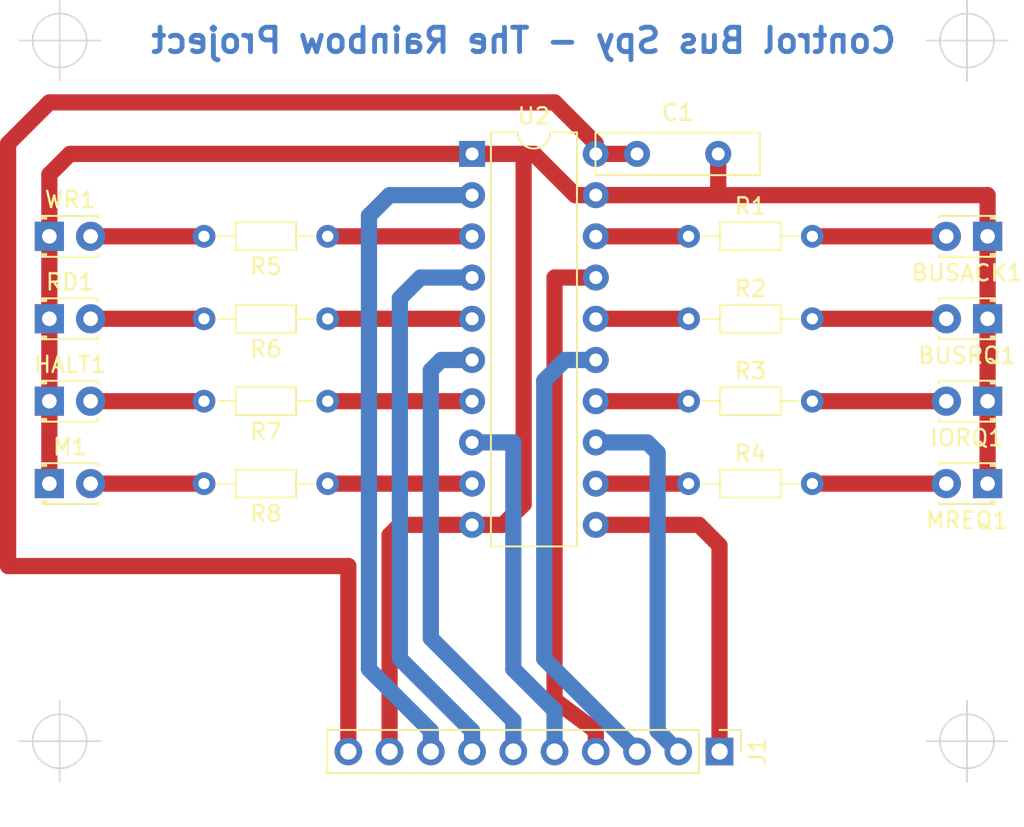
<source format=kicad_pcb>
(kicad_pcb (version 4) (host pcbnew 4.0.7)

  (general
    (links 38)
    (no_connects 0)
    (area 0 0 0 0)
    (thickness 1.6)
    (drawings 5)
    (tracks 88)
    (zones 0)
    (modules 19)
    (nets 27)
  )

  (page A4)
  (layers
    (0 F.Cu signal)
    (31 B.Cu signal)
    (32 B.Adhes user)
    (33 F.Adhes user)
    (34 B.Paste user)
    (35 F.Paste user)
    (36 B.SilkS user)
    (37 F.SilkS user)
    (38 B.Mask user)
    (39 F.Mask user)
    (40 Dwgs.User user)
    (41 Cmts.User user)
    (42 Eco1.User user)
    (43 Eco2.User user)
    (44 Edge.Cuts user)
    (45 Margin user)
    (46 B.CrtYd user hide)
    (47 F.CrtYd user hide)
    (48 B.Fab user)
    (49 F.Fab user)
  )

  (setup
    (last_trace_width 1)
    (user_trace_width 0.4)
    (user_trace_width 0.54)
    (user_trace_width 1)
    (trace_clearance 0.2)
    (zone_clearance 0.508)
    (zone_45_only no)
    (trace_min 0.2)
    (segment_width 0.2)
    (edge_width 0.1)
    (via_size 0.6)
    (via_drill 0.4)
    (via_min_size 0.4)
    (via_min_drill 0.3)
    (uvia_size 0.3)
    (uvia_drill 0.1)
    (uvias_allowed no)
    (uvia_min_size 0.2)
    (uvia_min_drill 0.1)
    (pcb_text_width 0.3)
    (pcb_text_size 1.5 1.5)
    (mod_edge_width 0.15)
    (mod_text_size 1 1)
    (mod_text_width 0.15)
    (pad_size 1.5 1.5)
    (pad_drill 0.6)
    (pad_to_mask_clearance 0)
    (aux_axis_origin 0 0)
    (visible_elements 7FFFFFFF)
    (pcbplotparams
      (layerselection 0x00030_80000001)
      (usegerberextensions false)
      (excludeedgelayer true)
      (linewidth 0.100000)
      (plotframeref false)
      (viasonmask false)
      (mode 1)
      (useauxorigin false)
      (hpglpennumber 1)
      (hpglpenspeed 20)
      (hpglpendiameter 15)
      (hpglpenoverlay 2)
      (psnegative false)
      (psa4output false)
      (plotreference true)
      (plotvalue true)
      (plotinvisibletext false)
      (padsonsilk false)
      (subtractmaskfromsilk false)
      (outputformat 1)
      (mirror false)
      (drillshape 1)
      (scaleselection 1)
      (outputdirectory ""))
  )

  (net 0 "")
  (net 1 GND)
  (net 2 "Net-(BUSACK1-Pad2)")
  (net 3 "Net-(BUSRQ1-Pad2)")
  (net 4 "Net-(HALT1-Pad2)")
  (net 5 "Net-(IORQ1-Pad2)")
  (net 6 "Net-(M1-Pad2)")
  (net 7 "Net-(MREQ1-Pad2)")
  (net 8 "Net-(R1-Pad1)")
  (net 9 "Net-(R2-Pad1)")
  (net 10 "Net-(R3-Pad1)")
  (net 11 "Net-(R4-Pad1)")
  (net 12 "Net-(R5-Pad1)")
  (net 13 "Net-(R5-Pad2)")
  (net 14 "Net-(R6-Pad1)")
  (net 15 "Net-(R6-Pad2)")
  (net 16 "Net-(R7-Pad1)")
  (net 17 "Net-(R8-Pad1)")
  (net 18 ~M1)
  (net 19 ~BUSACK)
  (net 20 ~HALT)
  (net 21 ~BUSRQ)
  (net 22 ~RD)
  (net 23 ~IORQ)
  (net 24 ~WR)
  (net 25 ~MREQ)
  (net 26 VCC)

  (net_class Default "This is the default net class."
    (clearance 0.2)
    (trace_width 0.25)
    (via_dia 0.6)
    (via_drill 0.4)
    (uvia_dia 0.3)
    (uvia_drill 0.1)
    (add_net GND)
    (add_net "Net-(BUSACK1-Pad2)")
    (add_net "Net-(BUSRQ1-Pad2)")
    (add_net "Net-(HALT1-Pad2)")
    (add_net "Net-(IORQ1-Pad2)")
    (add_net "Net-(M1-Pad2)")
    (add_net "Net-(MREQ1-Pad2)")
    (add_net "Net-(R1-Pad1)")
    (add_net "Net-(R2-Pad1)")
    (add_net "Net-(R3-Pad1)")
    (add_net "Net-(R4-Pad1)")
    (add_net "Net-(R5-Pad1)")
    (add_net "Net-(R5-Pad2)")
    (add_net "Net-(R6-Pad1)")
    (add_net "Net-(R6-Pad2)")
    (add_net "Net-(R7-Pad1)")
    (add_net "Net-(R8-Pad1)")
    (add_net VCC)
    (add_net ~BUSACK)
    (add_net ~BUSRQ)
    (add_net ~HALT)
    (add_net ~IORQ)
    (add_net ~M1)
    (add_net ~MREQ)
    (add_net ~RD)
    (add_net ~WR)
  )

  (net_class Thicker ""
    (clearance 0.2)
    (trace_width 0.4)
    (via_dia 0.6)
    (via_drill 0.4)
    (uvia_dia 0.3)
    (uvia_drill 0.1)
  )

  (module Housings_DIP:DIP-20_W7.62mm (layer F.Cu) (tedit 59C78D6B) (tstamp 5A3229D6)
    (at 122.555 100.965)
    (descr "20-lead though-hole mounted DIP package, row spacing 7.62 mm (300 mils)")
    (tags "THT DIP DIL PDIP 2.54mm 7.62mm 300mil")
    (path /5A1D0470)
    (fp_text reference U2 (at 3.81 -2.33) (layer F.SilkS)
      (effects (font (size 1 1) (thickness 0.15)))
    )
    (fp_text value 74HC240 (at 3.81 25.19) (layer F.Fab)
      (effects (font (size 1 1) (thickness 0.15)))
    )
    (fp_arc (start 3.81 -1.33) (end 2.81 -1.33) (angle -180) (layer F.SilkS) (width 0.12))
    (fp_line (start 1.635 -1.27) (end 6.985 -1.27) (layer F.Fab) (width 0.1))
    (fp_line (start 6.985 -1.27) (end 6.985 24.13) (layer F.Fab) (width 0.1))
    (fp_line (start 6.985 24.13) (end 0.635 24.13) (layer F.Fab) (width 0.1))
    (fp_line (start 0.635 24.13) (end 0.635 -0.27) (layer F.Fab) (width 0.1))
    (fp_line (start 0.635 -0.27) (end 1.635 -1.27) (layer F.Fab) (width 0.1))
    (fp_line (start 2.81 -1.33) (end 1.16 -1.33) (layer F.SilkS) (width 0.12))
    (fp_line (start 1.16 -1.33) (end 1.16 24.19) (layer F.SilkS) (width 0.12))
    (fp_line (start 1.16 24.19) (end 6.46 24.19) (layer F.SilkS) (width 0.12))
    (fp_line (start 6.46 24.19) (end 6.46 -1.33) (layer F.SilkS) (width 0.12))
    (fp_line (start 6.46 -1.33) (end 4.81 -1.33) (layer F.SilkS) (width 0.12))
    (fp_line (start -1.1 -1.55) (end -1.1 24.4) (layer F.CrtYd) (width 0.05))
    (fp_line (start -1.1 24.4) (end 8.7 24.4) (layer F.CrtYd) (width 0.05))
    (fp_line (start 8.7 24.4) (end 8.7 -1.55) (layer F.CrtYd) (width 0.05))
    (fp_line (start 8.7 -1.55) (end -1.1 -1.55) (layer F.CrtYd) (width 0.05))
    (fp_text user %R (at 3.81 11.43) (layer F.Fab)
      (effects (font (size 1 1) (thickness 0.15)))
    )
    (pad 1 thru_hole rect (at 0 0) (size 1.6 1.6) (drill 0.8) (layers *.Cu *.Mask)
      (net 1 GND))
    (pad 11 thru_hole oval (at 7.62 22.86) (size 1.6 1.6) (drill 0.8) (layers *.Cu *.Mask)
      (net 18 ~M1))
    (pad 2 thru_hole oval (at 0 2.54) (size 1.6 1.6) (drill 0.8) (layers *.Cu *.Mask)
      (net 19 ~BUSACK))
    (pad 12 thru_hole oval (at 7.62 20.32) (size 1.6 1.6) (drill 0.8) (layers *.Cu *.Mask)
      (net 11 "Net-(R4-Pad1)"))
    (pad 3 thru_hole oval (at 0 5.08) (size 1.6 1.6) (drill 0.8) (layers *.Cu *.Mask)
      (net 12 "Net-(R5-Pad1)"))
    (pad 13 thru_hole oval (at 7.62 17.78) (size 1.6 1.6) (drill 0.8) (layers *.Cu *.Mask)
      (net 20 ~HALT))
    (pad 4 thru_hole oval (at 0 7.62) (size 1.6 1.6) (drill 0.8) (layers *.Cu *.Mask)
      (net 21 ~BUSRQ))
    (pad 14 thru_hole oval (at 7.62 15.24) (size 1.6 1.6) (drill 0.8) (layers *.Cu *.Mask)
      (net 10 "Net-(R3-Pad1)"))
    (pad 5 thru_hole oval (at 0 10.16) (size 1.6 1.6) (drill 0.8) (layers *.Cu *.Mask)
      (net 14 "Net-(R6-Pad1)"))
    (pad 15 thru_hole oval (at 7.62 12.7) (size 1.6 1.6) (drill 0.8) (layers *.Cu *.Mask)
      (net 22 ~RD))
    (pad 6 thru_hole oval (at 0 12.7) (size 1.6 1.6) (drill 0.8) (layers *.Cu *.Mask)
      (net 23 ~IORQ))
    (pad 16 thru_hole oval (at 7.62 10.16) (size 1.6 1.6) (drill 0.8) (layers *.Cu *.Mask)
      (net 9 "Net-(R2-Pad1)"))
    (pad 7 thru_hole oval (at 0 15.24) (size 1.6 1.6) (drill 0.8) (layers *.Cu *.Mask)
      (net 16 "Net-(R7-Pad1)"))
    (pad 17 thru_hole oval (at 7.62 7.62) (size 1.6 1.6) (drill 0.8) (layers *.Cu *.Mask)
      (net 24 ~WR))
    (pad 8 thru_hole oval (at 0 17.78) (size 1.6 1.6) (drill 0.8) (layers *.Cu *.Mask)
      (net 25 ~MREQ))
    (pad 18 thru_hole oval (at 7.62 5.08) (size 1.6 1.6) (drill 0.8) (layers *.Cu *.Mask)
      (net 8 "Net-(R1-Pad1)"))
    (pad 9 thru_hole oval (at 0 20.32) (size 1.6 1.6) (drill 0.8) (layers *.Cu *.Mask)
      (net 17 "Net-(R8-Pad1)"))
    (pad 19 thru_hole oval (at 7.62 2.54) (size 1.6 1.6) (drill 0.8) (layers *.Cu *.Mask)
      (net 1 GND))
    (pad 10 thru_hole oval (at 0 22.86) (size 1.6 1.6) (drill 0.8) (layers *.Cu *.Mask)
      (net 1 GND))
    (pad 20 thru_hole oval (at 7.62 0) (size 1.6 1.6) (drill 0.8) (layers *.Cu *.Mask)
      (net 26 VCC))
    (model ${KISYS3DMOD}/Housings_DIP.3dshapes/DIP-20_W7.62mm.wrl
      (at (xyz 0 0 0))
      (scale (xyz 1 1 1))
      (rotate (xyz 0 0 0))
    )
  )

  (module LEDs:LED_D1.8mm_W3.3mm_H2.4mm (layer F.Cu) (tedit 5880A862) (tstamp 5A322868)
    (at 154.305 106.045 180)
    (descr "LED, Round,  Rectangular size 3.3x2.4mm^2 diameter 1.8mm, 2 pins")
    (tags "LED Round  Rectangular size 3.3x2.4mm^2 diameter 1.8mm 2 pins")
    (path /5A1D0B11)
    (fp_text reference BUSACK1 (at 1.27 -2.26 180) (layer F.SilkS)
      (effects (font (size 1 1) (thickness 0.15)))
    )
    (fp_text value LED_ALT (at 1.27 2.26 180) (layer F.Fab)
      (effects (font (size 1 1) (thickness 0.15)))
    )
    (fp_circle (center 1.27 0) (end 2.17 0) (layer F.Fab) (width 0.1))
    (fp_line (start -0.38 -1.2) (end -0.38 1.2) (layer F.Fab) (width 0.1))
    (fp_line (start -0.38 1.2) (end 2.92 1.2) (layer F.Fab) (width 0.1))
    (fp_line (start 2.92 1.2) (end 2.92 -1.2) (layer F.Fab) (width 0.1))
    (fp_line (start 2.92 -1.2) (end -0.38 -1.2) (layer F.Fab) (width 0.1))
    (fp_line (start -0.44 -1.26) (end 2.98 -1.26) (layer F.SilkS) (width 0.12))
    (fp_line (start -0.44 1.26) (end 2.98 1.26) (layer F.SilkS) (width 0.12))
    (fp_line (start -0.44 -1.26) (end -0.44 -1.08) (layer F.SilkS) (width 0.12))
    (fp_line (start -0.44 1.08) (end -0.44 1.26) (layer F.SilkS) (width 0.12))
    (fp_line (start 2.98 -1.26) (end 2.98 -1.095) (layer F.SilkS) (width 0.12))
    (fp_line (start 2.98 1.095) (end 2.98 1.26) (layer F.SilkS) (width 0.12))
    (fp_line (start -0.32 -1.26) (end -0.32 -1.08) (layer F.SilkS) (width 0.12))
    (fp_line (start -0.32 1.08) (end -0.32 1.26) (layer F.SilkS) (width 0.12))
    (fp_line (start -0.2 -1.26) (end -0.2 -1.08) (layer F.SilkS) (width 0.12))
    (fp_line (start -0.2 1.08) (end -0.2 1.26) (layer F.SilkS) (width 0.12))
    (fp_line (start -1.15 -1.55) (end -1.15 1.55) (layer F.CrtYd) (width 0.05))
    (fp_line (start -1.15 1.55) (end 3.7 1.55) (layer F.CrtYd) (width 0.05))
    (fp_line (start 3.7 1.55) (end 3.7 -1.55) (layer F.CrtYd) (width 0.05))
    (fp_line (start 3.7 -1.55) (end -1.15 -1.55) (layer F.CrtYd) (width 0.05))
    (pad 1 thru_hole rect (at 0 0 180) (size 1.8 1.8) (drill 0.9) (layers *.Cu *.Mask)
      (net 1 GND))
    (pad 2 thru_hole circle (at 2.54 0 180) (size 1.8 1.8) (drill 0.9) (layers *.Cu *.Mask)
      (net 2 "Net-(BUSACK1-Pad2)"))
    (model ${KISYS3DMOD}/LEDs.3dshapes/LED_D1.8mm_W3.3mm_H2.4mm.wrl
      (at (xyz 0 0 0))
      (scale (xyz 0.393701 0.393701 0.393701))
      (rotate (xyz 0 0 0))
    )
  )

  (module LEDs:LED_D1.8mm_W3.3mm_H2.4mm (layer F.Cu) (tedit 5880A862) (tstamp 5A322881)
    (at 154.305 111.125 180)
    (descr "LED, Round,  Rectangular size 3.3x2.4mm^2 diameter 1.8mm, 2 pins")
    (tags "LED Round  Rectangular size 3.3x2.4mm^2 diameter 1.8mm 2 pins")
    (path /5A1D09A8)
    (fp_text reference BUSRQ1 (at 1.27 -2.26 180) (layer F.SilkS)
      (effects (font (size 1 1) (thickness 0.15)))
    )
    (fp_text value LED_ALT (at 1.27 2.26 180) (layer F.Fab)
      (effects (font (size 1 1) (thickness 0.15)))
    )
    (fp_circle (center 1.27 0) (end 2.17 0) (layer F.Fab) (width 0.1))
    (fp_line (start -0.38 -1.2) (end -0.38 1.2) (layer F.Fab) (width 0.1))
    (fp_line (start -0.38 1.2) (end 2.92 1.2) (layer F.Fab) (width 0.1))
    (fp_line (start 2.92 1.2) (end 2.92 -1.2) (layer F.Fab) (width 0.1))
    (fp_line (start 2.92 -1.2) (end -0.38 -1.2) (layer F.Fab) (width 0.1))
    (fp_line (start -0.44 -1.26) (end 2.98 -1.26) (layer F.SilkS) (width 0.12))
    (fp_line (start -0.44 1.26) (end 2.98 1.26) (layer F.SilkS) (width 0.12))
    (fp_line (start -0.44 -1.26) (end -0.44 -1.08) (layer F.SilkS) (width 0.12))
    (fp_line (start -0.44 1.08) (end -0.44 1.26) (layer F.SilkS) (width 0.12))
    (fp_line (start 2.98 -1.26) (end 2.98 -1.095) (layer F.SilkS) (width 0.12))
    (fp_line (start 2.98 1.095) (end 2.98 1.26) (layer F.SilkS) (width 0.12))
    (fp_line (start -0.32 -1.26) (end -0.32 -1.08) (layer F.SilkS) (width 0.12))
    (fp_line (start -0.32 1.08) (end -0.32 1.26) (layer F.SilkS) (width 0.12))
    (fp_line (start -0.2 -1.26) (end -0.2 -1.08) (layer F.SilkS) (width 0.12))
    (fp_line (start -0.2 1.08) (end -0.2 1.26) (layer F.SilkS) (width 0.12))
    (fp_line (start -1.15 -1.55) (end -1.15 1.55) (layer F.CrtYd) (width 0.05))
    (fp_line (start -1.15 1.55) (end 3.7 1.55) (layer F.CrtYd) (width 0.05))
    (fp_line (start 3.7 1.55) (end 3.7 -1.55) (layer F.CrtYd) (width 0.05))
    (fp_line (start 3.7 -1.55) (end -1.15 -1.55) (layer F.CrtYd) (width 0.05))
    (pad 1 thru_hole rect (at 0 0 180) (size 1.8 1.8) (drill 0.9) (layers *.Cu *.Mask)
      (net 1 GND))
    (pad 2 thru_hole circle (at 2.54 0 180) (size 1.8 1.8) (drill 0.9) (layers *.Cu *.Mask)
      (net 3 "Net-(BUSRQ1-Pad2)"))
    (model ${KISYS3DMOD}/LEDs.3dshapes/LED_D1.8mm_W3.3mm_H2.4mm.wrl
      (at (xyz 0 0 0))
      (scale (xyz 0.393701 0.393701 0.393701))
      (rotate (xyz 0 0 0))
    )
  )

  (module LEDs:LED_D1.8mm_W3.3mm_H2.4mm (layer F.Cu) (tedit 5880A862) (tstamp 5A32289A)
    (at 96.52 116.205)
    (descr "LED, Round,  Rectangular size 3.3x2.4mm^2 diameter 1.8mm, 2 pins")
    (tags "LED Round  Rectangular size 3.3x2.4mm^2 diameter 1.8mm 2 pins")
    (path /5A1D08CA)
    (fp_text reference HALT1 (at 1.27 -2.26) (layer F.SilkS)
      (effects (font (size 1 1) (thickness 0.15)))
    )
    (fp_text value LED_ALT (at 1.27 2.26) (layer F.Fab)
      (effects (font (size 1 1) (thickness 0.15)))
    )
    (fp_circle (center 1.27 0) (end 2.17 0) (layer F.Fab) (width 0.1))
    (fp_line (start -0.38 -1.2) (end -0.38 1.2) (layer F.Fab) (width 0.1))
    (fp_line (start -0.38 1.2) (end 2.92 1.2) (layer F.Fab) (width 0.1))
    (fp_line (start 2.92 1.2) (end 2.92 -1.2) (layer F.Fab) (width 0.1))
    (fp_line (start 2.92 -1.2) (end -0.38 -1.2) (layer F.Fab) (width 0.1))
    (fp_line (start -0.44 -1.26) (end 2.98 -1.26) (layer F.SilkS) (width 0.12))
    (fp_line (start -0.44 1.26) (end 2.98 1.26) (layer F.SilkS) (width 0.12))
    (fp_line (start -0.44 -1.26) (end -0.44 -1.08) (layer F.SilkS) (width 0.12))
    (fp_line (start -0.44 1.08) (end -0.44 1.26) (layer F.SilkS) (width 0.12))
    (fp_line (start 2.98 -1.26) (end 2.98 -1.095) (layer F.SilkS) (width 0.12))
    (fp_line (start 2.98 1.095) (end 2.98 1.26) (layer F.SilkS) (width 0.12))
    (fp_line (start -0.32 -1.26) (end -0.32 -1.08) (layer F.SilkS) (width 0.12))
    (fp_line (start -0.32 1.08) (end -0.32 1.26) (layer F.SilkS) (width 0.12))
    (fp_line (start -0.2 -1.26) (end -0.2 -1.08) (layer F.SilkS) (width 0.12))
    (fp_line (start -0.2 1.08) (end -0.2 1.26) (layer F.SilkS) (width 0.12))
    (fp_line (start -1.15 -1.55) (end -1.15 1.55) (layer F.CrtYd) (width 0.05))
    (fp_line (start -1.15 1.55) (end 3.7 1.55) (layer F.CrtYd) (width 0.05))
    (fp_line (start 3.7 1.55) (end 3.7 -1.55) (layer F.CrtYd) (width 0.05))
    (fp_line (start 3.7 -1.55) (end -1.15 -1.55) (layer F.CrtYd) (width 0.05))
    (pad 1 thru_hole rect (at 0 0) (size 1.8 1.8) (drill 0.9) (layers *.Cu *.Mask)
      (net 1 GND))
    (pad 2 thru_hole circle (at 2.54 0) (size 1.8 1.8) (drill 0.9) (layers *.Cu *.Mask)
      (net 4 "Net-(HALT1-Pad2)"))
    (model ${KISYS3DMOD}/LEDs.3dshapes/LED_D1.8mm_W3.3mm_H2.4mm.wrl
      (at (xyz 0 0 0))
      (scale (xyz 0.393701 0.393701 0.393701))
      (rotate (xyz 0 0 0))
    )
  )

  (module LEDs:LED_D1.8mm_W3.3mm_H2.4mm (layer F.Cu) (tedit 5880A862) (tstamp 5A3228B3)
    (at 154.305 116.205 180)
    (descr "LED, Round,  Rectangular size 3.3x2.4mm^2 diameter 1.8mm, 2 pins")
    (tags "LED Round  Rectangular size 3.3x2.4mm^2 diameter 1.8mm 2 pins")
    (path /5A1D0976)
    (fp_text reference IORQ1 (at 1.27 -2.26 180) (layer F.SilkS)
      (effects (font (size 1 1) (thickness 0.15)))
    )
    (fp_text value LED_ALT (at 1.27 2.26 180) (layer F.Fab)
      (effects (font (size 1 1) (thickness 0.15)))
    )
    (fp_circle (center 1.27 0) (end 2.17 0) (layer F.Fab) (width 0.1))
    (fp_line (start -0.38 -1.2) (end -0.38 1.2) (layer F.Fab) (width 0.1))
    (fp_line (start -0.38 1.2) (end 2.92 1.2) (layer F.Fab) (width 0.1))
    (fp_line (start 2.92 1.2) (end 2.92 -1.2) (layer F.Fab) (width 0.1))
    (fp_line (start 2.92 -1.2) (end -0.38 -1.2) (layer F.Fab) (width 0.1))
    (fp_line (start -0.44 -1.26) (end 2.98 -1.26) (layer F.SilkS) (width 0.12))
    (fp_line (start -0.44 1.26) (end 2.98 1.26) (layer F.SilkS) (width 0.12))
    (fp_line (start -0.44 -1.26) (end -0.44 -1.08) (layer F.SilkS) (width 0.12))
    (fp_line (start -0.44 1.08) (end -0.44 1.26) (layer F.SilkS) (width 0.12))
    (fp_line (start 2.98 -1.26) (end 2.98 -1.095) (layer F.SilkS) (width 0.12))
    (fp_line (start 2.98 1.095) (end 2.98 1.26) (layer F.SilkS) (width 0.12))
    (fp_line (start -0.32 -1.26) (end -0.32 -1.08) (layer F.SilkS) (width 0.12))
    (fp_line (start -0.32 1.08) (end -0.32 1.26) (layer F.SilkS) (width 0.12))
    (fp_line (start -0.2 -1.26) (end -0.2 -1.08) (layer F.SilkS) (width 0.12))
    (fp_line (start -0.2 1.08) (end -0.2 1.26) (layer F.SilkS) (width 0.12))
    (fp_line (start -1.15 -1.55) (end -1.15 1.55) (layer F.CrtYd) (width 0.05))
    (fp_line (start -1.15 1.55) (end 3.7 1.55) (layer F.CrtYd) (width 0.05))
    (fp_line (start 3.7 1.55) (end 3.7 -1.55) (layer F.CrtYd) (width 0.05))
    (fp_line (start 3.7 -1.55) (end -1.15 -1.55) (layer F.CrtYd) (width 0.05))
    (pad 1 thru_hole rect (at 0 0 180) (size 1.8 1.8) (drill 0.9) (layers *.Cu *.Mask)
      (net 1 GND))
    (pad 2 thru_hole circle (at 2.54 0 180) (size 1.8 1.8) (drill 0.9) (layers *.Cu *.Mask)
      (net 5 "Net-(IORQ1-Pad2)"))
    (model ${KISYS3DMOD}/LEDs.3dshapes/LED_D1.8mm_W3.3mm_H2.4mm.wrl
      (at (xyz 0 0 0))
      (scale (xyz 0.393701 0.393701 0.393701))
      (rotate (xyz 0 0 0))
    )
  )

  (module LEDs:LED_D1.8mm_W3.3mm_H2.4mm (layer F.Cu) (tedit 5880A862) (tstamp 5A3228CC)
    (at 96.52 121.285)
    (descr "LED, Round,  Rectangular size 3.3x2.4mm^2 diameter 1.8mm, 2 pins")
    (tags "LED Round  Rectangular size 3.3x2.4mm^2 diameter 1.8mm 2 pins")
    (path /5A1D07CB)
    (fp_text reference M1 (at 1.27 -2.26) (layer F.SilkS)
      (effects (font (size 1 1) (thickness 0.15)))
    )
    (fp_text value LED_ALT (at 1.27 2.26) (layer F.Fab)
      (effects (font (size 1 1) (thickness 0.15)))
    )
    (fp_circle (center 1.27 0) (end 2.17 0) (layer F.Fab) (width 0.1))
    (fp_line (start -0.38 -1.2) (end -0.38 1.2) (layer F.Fab) (width 0.1))
    (fp_line (start -0.38 1.2) (end 2.92 1.2) (layer F.Fab) (width 0.1))
    (fp_line (start 2.92 1.2) (end 2.92 -1.2) (layer F.Fab) (width 0.1))
    (fp_line (start 2.92 -1.2) (end -0.38 -1.2) (layer F.Fab) (width 0.1))
    (fp_line (start -0.44 -1.26) (end 2.98 -1.26) (layer F.SilkS) (width 0.12))
    (fp_line (start -0.44 1.26) (end 2.98 1.26) (layer F.SilkS) (width 0.12))
    (fp_line (start -0.44 -1.26) (end -0.44 -1.08) (layer F.SilkS) (width 0.12))
    (fp_line (start -0.44 1.08) (end -0.44 1.26) (layer F.SilkS) (width 0.12))
    (fp_line (start 2.98 -1.26) (end 2.98 -1.095) (layer F.SilkS) (width 0.12))
    (fp_line (start 2.98 1.095) (end 2.98 1.26) (layer F.SilkS) (width 0.12))
    (fp_line (start -0.32 -1.26) (end -0.32 -1.08) (layer F.SilkS) (width 0.12))
    (fp_line (start -0.32 1.08) (end -0.32 1.26) (layer F.SilkS) (width 0.12))
    (fp_line (start -0.2 -1.26) (end -0.2 -1.08) (layer F.SilkS) (width 0.12))
    (fp_line (start -0.2 1.08) (end -0.2 1.26) (layer F.SilkS) (width 0.12))
    (fp_line (start -1.15 -1.55) (end -1.15 1.55) (layer F.CrtYd) (width 0.05))
    (fp_line (start -1.15 1.55) (end 3.7 1.55) (layer F.CrtYd) (width 0.05))
    (fp_line (start 3.7 1.55) (end 3.7 -1.55) (layer F.CrtYd) (width 0.05))
    (fp_line (start 3.7 -1.55) (end -1.15 -1.55) (layer F.CrtYd) (width 0.05))
    (pad 1 thru_hole rect (at 0 0) (size 1.8 1.8) (drill 0.9) (layers *.Cu *.Mask)
      (net 1 GND))
    (pad 2 thru_hole circle (at 2.54 0) (size 1.8 1.8) (drill 0.9) (layers *.Cu *.Mask)
      (net 6 "Net-(M1-Pad2)"))
    (model ${KISYS3DMOD}/LEDs.3dshapes/LED_D1.8mm_W3.3mm_H2.4mm.wrl
      (at (xyz 0 0 0))
      (scale (xyz 0.393701 0.393701 0.393701))
      (rotate (xyz 0 0 0))
    )
  )

  (module LEDs:LED_D1.8mm_W3.3mm_H2.4mm (layer F.Cu) (tedit 5880A862) (tstamp 5A3228E5)
    (at 154.305 121.285 180)
    (descr "LED, Round,  Rectangular size 3.3x2.4mm^2 diameter 1.8mm, 2 pins")
    (tags "LED Round  Rectangular size 3.3x2.4mm^2 diameter 1.8mm 2 pins")
    (path /5A1D0947)
    (fp_text reference MREQ1 (at 1.27 -2.26 180) (layer F.SilkS)
      (effects (font (size 1 1) (thickness 0.15)))
    )
    (fp_text value LED_ALT (at 1.27 2.26 180) (layer F.Fab)
      (effects (font (size 1 1) (thickness 0.15)))
    )
    (fp_circle (center 1.27 0) (end 2.17 0) (layer F.Fab) (width 0.1))
    (fp_line (start -0.38 -1.2) (end -0.38 1.2) (layer F.Fab) (width 0.1))
    (fp_line (start -0.38 1.2) (end 2.92 1.2) (layer F.Fab) (width 0.1))
    (fp_line (start 2.92 1.2) (end 2.92 -1.2) (layer F.Fab) (width 0.1))
    (fp_line (start 2.92 -1.2) (end -0.38 -1.2) (layer F.Fab) (width 0.1))
    (fp_line (start -0.44 -1.26) (end 2.98 -1.26) (layer F.SilkS) (width 0.12))
    (fp_line (start -0.44 1.26) (end 2.98 1.26) (layer F.SilkS) (width 0.12))
    (fp_line (start -0.44 -1.26) (end -0.44 -1.08) (layer F.SilkS) (width 0.12))
    (fp_line (start -0.44 1.08) (end -0.44 1.26) (layer F.SilkS) (width 0.12))
    (fp_line (start 2.98 -1.26) (end 2.98 -1.095) (layer F.SilkS) (width 0.12))
    (fp_line (start 2.98 1.095) (end 2.98 1.26) (layer F.SilkS) (width 0.12))
    (fp_line (start -0.32 -1.26) (end -0.32 -1.08) (layer F.SilkS) (width 0.12))
    (fp_line (start -0.32 1.08) (end -0.32 1.26) (layer F.SilkS) (width 0.12))
    (fp_line (start -0.2 -1.26) (end -0.2 -1.08) (layer F.SilkS) (width 0.12))
    (fp_line (start -0.2 1.08) (end -0.2 1.26) (layer F.SilkS) (width 0.12))
    (fp_line (start -1.15 -1.55) (end -1.15 1.55) (layer F.CrtYd) (width 0.05))
    (fp_line (start -1.15 1.55) (end 3.7 1.55) (layer F.CrtYd) (width 0.05))
    (fp_line (start 3.7 1.55) (end 3.7 -1.55) (layer F.CrtYd) (width 0.05))
    (fp_line (start 3.7 -1.55) (end -1.15 -1.55) (layer F.CrtYd) (width 0.05))
    (pad 1 thru_hole rect (at 0 0 180) (size 1.8 1.8) (drill 0.9) (layers *.Cu *.Mask)
      (net 1 GND))
    (pad 2 thru_hole circle (at 2.54 0 180) (size 1.8 1.8) (drill 0.9) (layers *.Cu *.Mask)
      (net 7 "Net-(MREQ1-Pad2)"))
    (model ${KISYS3DMOD}/LEDs.3dshapes/LED_D1.8mm_W3.3mm_H2.4mm.wrl
      (at (xyz 0 0 0))
      (scale (xyz 0.393701 0.393701 0.393701))
      (rotate (xyz 0 0 0))
    )
  )

  (module Resistors_THT:R_Axial_DIN0204_L3.6mm_D1.6mm_P7.62mm_Horizontal (layer F.Cu) (tedit 5874F706) (tstamp 5A3228FB)
    (at 135.89 106.045)
    (descr "Resistor, Axial_DIN0204 series, Axial, Horizontal, pin pitch=7.62mm, 0.16666666666666666W = 1/6W, length*diameter=3.6*1.6mm^2, http://cdn-reichelt.de/documents/datenblatt/B400/1_4W%23YAG.pdf")
    (tags "Resistor Axial_DIN0204 series Axial Horizontal pin pitch 7.62mm 0.16666666666666666W = 1/6W length 3.6mm diameter 1.6mm")
    (path /5A1D074B)
    (fp_text reference R1 (at 3.81 -1.86) (layer F.SilkS)
      (effects (font (size 1 1) (thickness 0.15)))
    )
    (fp_text value 330 (at 3.81 1.86) (layer F.Fab)
      (effects (font (size 1 1) (thickness 0.15)))
    )
    (fp_line (start 2.01 -0.8) (end 2.01 0.8) (layer F.Fab) (width 0.1))
    (fp_line (start 2.01 0.8) (end 5.61 0.8) (layer F.Fab) (width 0.1))
    (fp_line (start 5.61 0.8) (end 5.61 -0.8) (layer F.Fab) (width 0.1))
    (fp_line (start 5.61 -0.8) (end 2.01 -0.8) (layer F.Fab) (width 0.1))
    (fp_line (start 0 0) (end 2.01 0) (layer F.Fab) (width 0.1))
    (fp_line (start 7.62 0) (end 5.61 0) (layer F.Fab) (width 0.1))
    (fp_line (start 1.95 -0.86) (end 1.95 0.86) (layer F.SilkS) (width 0.12))
    (fp_line (start 1.95 0.86) (end 5.67 0.86) (layer F.SilkS) (width 0.12))
    (fp_line (start 5.67 0.86) (end 5.67 -0.86) (layer F.SilkS) (width 0.12))
    (fp_line (start 5.67 -0.86) (end 1.95 -0.86) (layer F.SilkS) (width 0.12))
    (fp_line (start 0.88 0) (end 1.95 0) (layer F.SilkS) (width 0.12))
    (fp_line (start 6.74 0) (end 5.67 0) (layer F.SilkS) (width 0.12))
    (fp_line (start -0.95 -1.15) (end -0.95 1.15) (layer F.CrtYd) (width 0.05))
    (fp_line (start -0.95 1.15) (end 8.6 1.15) (layer F.CrtYd) (width 0.05))
    (fp_line (start 8.6 1.15) (end 8.6 -1.15) (layer F.CrtYd) (width 0.05))
    (fp_line (start 8.6 -1.15) (end -0.95 -1.15) (layer F.CrtYd) (width 0.05))
    (pad 1 thru_hole circle (at 0 0) (size 1.4 1.4) (drill 0.7) (layers *.Cu *.Mask)
      (net 8 "Net-(R1-Pad1)"))
    (pad 2 thru_hole oval (at 7.62 0) (size 1.4 1.4) (drill 0.7) (layers *.Cu *.Mask)
      (net 2 "Net-(BUSACK1-Pad2)"))
    (model ${KISYS3DMOD}/Resistors_THT.3dshapes/R_Axial_DIN0204_L3.6mm_D1.6mm_P7.62mm_Horizontal.wrl
      (at (xyz 0 0 0))
      (scale (xyz 0.393701 0.393701 0.393701))
      (rotate (xyz 0 0 0))
    )
  )

  (module Resistors_THT:R_Axial_DIN0204_L3.6mm_D1.6mm_P7.62mm_Horizontal (layer F.Cu) (tedit 5874F706) (tstamp 5A322911)
    (at 135.89 111.125)
    (descr "Resistor, Axial_DIN0204 series, Axial, Horizontal, pin pitch=7.62mm, 0.16666666666666666W = 1/6W, length*diameter=3.6*1.6mm^2, http://cdn-reichelt.de/documents/datenblatt/B400/1_4W%23YAG.pdf")
    (tags "Resistor Axial_DIN0204 series Axial Horizontal pin pitch 7.62mm 0.16666666666666666W = 1/6W length 3.6mm diameter 1.6mm")
    (path /5A1D073A)
    (fp_text reference R2 (at 3.81 -1.86) (layer F.SilkS)
      (effects (font (size 1 1) (thickness 0.15)))
    )
    (fp_text value 330 (at 3.81 1.86) (layer F.Fab)
      (effects (font (size 1 1) (thickness 0.15)))
    )
    (fp_line (start 2.01 -0.8) (end 2.01 0.8) (layer F.Fab) (width 0.1))
    (fp_line (start 2.01 0.8) (end 5.61 0.8) (layer F.Fab) (width 0.1))
    (fp_line (start 5.61 0.8) (end 5.61 -0.8) (layer F.Fab) (width 0.1))
    (fp_line (start 5.61 -0.8) (end 2.01 -0.8) (layer F.Fab) (width 0.1))
    (fp_line (start 0 0) (end 2.01 0) (layer F.Fab) (width 0.1))
    (fp_line (start 7.62 0) (end 5.61 0) (layer F.Fab) (width 0.1))
    (fp_line (start 1.95 -0.86) (end 1.95 0.86) (layer F.SilkS) (width 0.12))
    (fp_line (start 1.95 0.86) (end 5.67 0.86) (layer F.SilkS) (width 0.12))
    (fp_line (start 5.67 0.86) (end 5.67 -0.86) (layer F.SilkS) (width 0.12))
    (fp_line (start 5.67 -0.86) (end 1.95 -0.86) (layer F.SilkS) (width 0.12))
    (fp_line (start 0.88 0) (end 1.95 0) (layer F.SilkS) (width 0.12))
    (fp_line (start 6.74 0) (end 5.67 0) (layer F.SilkS) (width 0.12))
    (fp_line (start -0.95 -1.15) (end -0.95 1.15) (layer F.CrtYd) (width 0.05))
    (fp_line (start -0.95 1.15) (end 8.6 1.15) (layer F.CrtYd) (width 0.05))
    (fp_line (start 8.6 1.15) (end 8.6 -1.15) (layer F.CrtYd) (width 0.05))
    (fp_line (start 8.6 -1.15) (end -0.95 -1.15) (layer F.CrtYd) (width 0.05))
    (pad 1 thru_hole circle (at 0 0) (size 1.4 1.4) (drill 0.7) (layers *.Cu *.Mask)
      (net 9 "Net-(R2-Pad1)"))
    (pad 2 thru_hole oval (at 7.62 0) (size 1.4 1.4) (drill 0.7) (layers *.Cu *.Mask)
      (net 3 "Net-(BUSRQ1-Pad2)"))
    (model ${KISYS3DMOD}/Resistors_THT.3dshapes/R_Axial_DIN0204_L3.6mm_D1.6mm_P7.62mm_Horizontal.wrl
      (at (xyz 0 0 0))
      (scale (xyz 0.393701 0.393701 0.393701))
      (rotate (xyz 0 0 0))
    )
  )

  (module Resistors_THT:R_Axial_DIN0204_L3.6mm_D1.6mm_P7.62mm_Horizontal (layer F.Cu) (tedit 5874F706) (tstamp 5A322927)
    (at 135.89 116.205)
    (descr "Resistor, Axial_DIN0204 series, Axial, Horizontal, pin pitch=7.62mm, 0.16666666666666666W = 1/6W, length*diameter=3.6*1.6mm^2, http://cdn-reichelt.de/documents/datenblatt/B400/1_4W%23YAG.pdf")
    (tags "Resistor Axial_DIN0204 series Axial Horizontal pin pitch 7.62mm 0.16666666666666666W = 1/6W length 3.6mm diameter 1.6mm")
    (path /5A1D0729)
    (fp_text reference R3 (at 3.81 -1.86) (layer F.SilkS)
      (effects (font (size 1 1) (thickness 0.15)))
    )
    (fp_text value 330 (at 3.81 1.86) (layer F.Fab)
      (effects (font (size 1 1) (thickness 0.15)))
    )
    (fp_line (start 2.01 -0.8) (end 2.01 0.8) (layer F.Fab) (width 0.1))
    (fp_line (start 2.01 0.8) (end 5.61 0.8) (layer F.Fab) (width 0.1))
    (fp_line (start 5.61 0.8) (end 5.61 -0.8) (layer F.Fab) (width 0.1))
    (fp_line (start 5.61 -0.8) (end 2.01 -0.8) (layer F.Fab) (width 0.1))
    (fp_line (start 0 0) (end 2.01 0) (layer F.Fab) (width 0.1))
    (fp_line (start 7.62 0) (end 5.61 0) (layer F.Fab) (width 0.1))
    (fp_line (start 1.95 -0.86) (end 1.95 0.86) (layer F.SilkS) (width 0.12))
    (fp_line (start 1.95 0.86) (end 5.67 0.86) (layer F.SilkS) (width 0.12))
    (fp_line (start 5.67 0.86) (end 5.67 -0.86) (layer F.SilkS) (width 0.12))
    (fp_line (start 5.67 -0.86) (end 1.95 -0.86) (layer F.SilkS) (width 0.12))
    (fp_line (start 0.88 0) (end 1.95 0) (layer F.SilkS) (width 0.12))
    (fp_line (start 6.74 0) (end 5.67 0) (layer F.SilkS) (width 0.12))
    (fp_line (start -0.95 -1.15) (end -0.95 1.15) (layer F.CrtYd) (width 0.05))
    (fp_line (start -0.95 1.15) (end 8.6 1.15) (layer F.CrtYd) (width 0.05))
    (fp_line (start 8.6 1.15) (end 8.6 -1.15) (layer F.CrtYd) (width 0.05))
    (fp_line (start 8.6 -1.15) (end -0.95 -1.15) (layer F.CrtYd) (width 0.05))
    (pad 1 thru_hole circle (at 0 0) (size 1.4 1.4) (drill 0.7) (layers *.Cu *.Mask)
      (net 10 "Net-(R3-Pad1)"))
    (pad 2 thru_hole oval (at 7.62 0) (size 1.4 1.4) (drill 0.7) (layers *.Cu *.Mask)
      (net 5 "Net-(IORQ1-Pad2)"))
    (model ${KISYS3DMOD}/Resistors_THT.3dshapes/R_Axial_DIN0204_L3.6mm_D1.6mm_P7.62mm_Horizontal.wrl
      (at (xyz 0 0 0))
      (scale (xyz 0.393701 0.393701 0.393701))
      (rotate (xyz 0 0 0))
    )
  )

  (module Resistors_THT:R_Axial_DIN0204_L3.6mm_D1.6mm_P7.62mm_Horizontal (layer F.Cu) (tedit 5874F706) (tstamp 5A32293D)
    (at 135.89 121.285)
    (descr "Resistor, Axial_DIN0204 series, Axial, Horizontal, pin pitch=7.62mm, 0.16666666666666666W = 1/6W, length*diameter=3.6*1.6mm^2, http://cdn-reichelt.de/documents/datenblatt/B400/1_4W%23YAG.pdf")
    (tags "Resistor Axial_DIN0204 series Axial Horizontal pin pitch 7.62mm 0.16666666666666666W = 1/6W length 3.6mm diameter 1.6mm")
    (path /5A1D0718)
    (fp_text reference R4 (at 3.81 -1.86) (layer F.SilkS)
      (effects (font (size 1 1) (thickness 0.15)))
    )
    (fp_text value 330 (at 3.81 1.86) (layer F.Fab)
      (effects (font (size 1 1) (thickness 0.15)))
    )
    (fp_line (start 2.01 -0.8) (end 2.01 0.8) (layer F.Fab) (width 0.1))
    (fp_line (start 2.01 0.8) (end 5.61 0.8) (layer F.Fab) (width 0.1))
    (fp_line (start 5.61 0.8) (end 5.61 -0.8) (layer F.Fab) (width 0.1))
    (fp_line (start 5.61 -0.8) (end 2.01 -0.8) (layer F.Fab) (width 0.1))
    (fp_line (start 0 0) (end 2.01 0) (layer F.Fab) (width 0.1))
    (fp_line (start 7.62 0) (end 5.61 0) (layer F.Fab) (width 0.1))
    (fp_line (start 1.95 -0.86) (end 1.95 0.86) (layer F.SilkS) (width 0.12))
    (fp_line (start 1.95 0.86) (end 5.67 0.86) (layer F.SilkS) (width 0.12))
    (fp_line (start 5.67 0.86) (end 5.67 -0.86) (layer F.SilkS) (width 0.12))
    (fp_line (start 5.67 -0.86) (end 1.95 -0.86) (layer F.SilkS) (width 0.12))
    (fp_line (start 0.88 0) (end 1.95 0) (layer F.SilkS) (width 0.12))
    (fp_line (start 6.74 0) (end 5.67 0) (layer F.SilkS) (width 0.12))
    (fp_line (start -0.95 -1.15) (end -0.95 1.15) (layer F.CrtYd) (width 0.05))
    (fp_line (start -0.95 1.15) (end 8.6 1.15) (layer F.CrtYd) (width 0.05))
    (fp_line (start 8.6 1.15) (end 8.6 -1.15) (layer F.CrtYd) (width 0.05))
    (fp_line (start 8.6 -1.15) (end -0.95 -1.15) (layer F.CrtYd) (width 0.05))
    (pad 1 thru_hole circle (at 0 0) (size 1.4 1.4) (drill 0.7) (layers *.Cu *.Mask)
      (net 11 "Net-(R4-Pad1)"))
    (pad 2 thru_hole oval (at 7.62 0) (size 1.4 1.4) (drill 0.7) (layers *.Cu *.Mask)
      (net 7 "Net-(MREQ1-Pad2)"))
    (model ${KISYS3DMOD}/Resistors_THT.3dshapes/R_Axial_DIN0204_L3.6mm_D1.6mm_P7.62mm_Horizontal.wrl
      (at (xyz 0 0 0))
      (scale (xyz 0.393701 0.393701 0.393701))
      (rotate (xyz 0 0 0))
    )
  )

  (module Resistors_THT:R_Axial_DIN0204_L3.6mm_D1.6mm_P7.62mm_Horizontal (layer F.Cu) (tedit 5874F706) (tstamp 5A322953)
    (at 113.665 106.045 180)
    (descr "Resistor, Axial_DIN0204 series, Axial, Horizontal, pin pitch=7.62mm, 0.16666666666666666W = 1/6W, length*diameter=3.6*1.6mm^2, http://cdn-reichelt.de/documents/datenblatt/B400/1_4W%23YAG.pdf")
    (tags "Resistor Axial_DIN0204 series Axial Horizontal pin pitch 7.62mm 0.16666666666666666W = 1/6W length 3.6mm diameter 1.6mm")
    (path /5A1D0705)
    (fp_text reference R5 (at 3.81 -1.86 180) (layer F.SilkS)
      (effects (font (size 1 1) (thickness 0.15)))
    )
    (fp_text value 330 (at 3.81 1.86 180) (layer F.Fab)
      (effects (font (size 1 1) (thickness 0.15)))
    )
    (fp_line (start 2.01 -0.8) (end 2.01 0.8) (layer F.Fab) (width 0.1))
    (fp_line (start 2.01 0.8) (end 5.61 0.8) (layer F.Fab) (width 0.1))
    (fp_line (start 5.61 0.8) (end 5.61 -0.8) (layer F.Fab) (width 0.1))
    (fp_line (start 5.61 -0.8) (end 2.01 -0.8) (layer F.Fab) (width 0.1))
    (fp_line (start 0 0) (end 2.01 0) (layer F.Fab) (width 0.1))
    (fp_line (start 7.62 0) (end 5.61 0) (layer F.Fab) (width 0.1))
    (fp_line (start 1.95 -0.86) (end 1.95 0.86) (layer F.SilkS) (width 0.12))
    (fp_line (start 1.95 0.86) (end 5.67 0.86) (layer F.SilkS) (width 0.12))
    (fp_line (start 5.67 0.86) (end 5.67 -0.86) (layer F.SilkS) (width 0.12))
    (fp_line (start 5.67 -0.86) (end 1.95 -0.86) (layer F.SilkS) (width 0.12))
    (fp_line (start 0.88 0) (end 1.95 0) (layer F.SilkS) (width 0.12))
    (fp_line (start 6.74 0) (end 5.67 0) (layer F.SilkS) (width 0.12))
    (fp_line (start -0.95 -1.15) (end -0.95 1.15) (layer F.CrtYd) (width 0.05))
    (fp_line (start -0.95 1.15) (end 8.6 1.15) (layer F.CrtYd) (width 0.05))
    (fp_line (start 8.6 1.15) (end 8.6 -1.15) (layer F.CrtYd) (width 0.05))
    (fp_line (start 8.6 -1.15) (end -0.95 -1.15) (layer F.CrtYd) (width 0.05))
    (pad 1 thru_hole circle (at 0 0 180) (size 1.4 1.4) (drill 0.7) (layers *.Cu *.Mask)
      (net 12 "Net-(R5-Pad1)"))
    (pad 2 thru_hole oval (at 7.62 0 180) (size 1.4 1.4) (drill 0.7) (layers *.Cu *.Mask)
      (net 13 "Net-(R5-Pad2)"))
    (model ${KISYS3DMOD}/Resistors_THT.3dshapes/R_Axial_DIN0204_L3.6mm_D1.6mm_P7.62mm_Horizontal.wrl
      (at (xyz 0 0 0))
      (scale (xyz 0.393701 0.393701 0.393701))
      (rotate (xyz 0 0 0))
    )
  )

  (module Resistors_THT:R_Axial_DIN0204_L3.6mm_D1.6mm_P7.62mm_Horizontal (layer F.Cu) (tedit 5874F706) (tstamp 5A322969)
    (at 113.665 111.125 180)
    (descr "Resistor, Axial_DIN0204 series, Axial, Horizontal, pin pitch=7.62mm, 0.16666666666666666W = 1/6W, length*diameter=3.6*1.6mm^2, http://cdn-reichelt.de/documents/datenblatt/B400/1_4W%23YAG.pdf")
    (tags "Resistor Axial_DIN0204 series Axial Horizontal pin pitch 7.62mm 0.16666666666666666W = 1/6W length 3.6mm diameter 1.6mm")
    (path /5A1D06F4)
    (fp_text reference R6 (at 3.81 -1.86 180) (layer F.SilkS)
      (effects (font (size 1 1) (thickness 0.15)))
    )
    (fp_text value 330 (at 3.81 1.86 180) (layer F.Fab)
      (effects (font (size 1 1) (thickness 0.15)))
    )
    (fp_line (start 2.01 -0.8) (end 2.01 0.8) (layer F.Fab) (width 0.1))
    (fp_line (start 2.01 0.8) (end 5.61 0.8) (layer F.Fab) (width 0.1))
    (fp_line (start 5.61 0.8) (end 5.61 -0.8) (layer F.Fab) (width 0.1))
    (fp_line (start 5.61 -0.8) (end 2.01 -0.8) (layer F.Fab) (width 0.1))
    (fp_line (start 0 0) (end 2.01 0) (layer F.Fab) (width 0.1))
    (fp_line (start 7.62 0) (end 5.61 0) (layer F.Fab) (width 0.1))
    (fp_line (start 1.95 -0.86) (end 1.95 0.86) (layer F.SilkS) (width 0.12))
    (fp_line (start 1.95 0.86) (end 5.67 0.86) (layer F.SilkS) (width 0.12))
    (fp_line (start 5.67 0.86) (end 5.67 -0.86) (layer F.SilkS) (width 0.12))
    (fp_line (start 5.67 -0.86) (end 1.95 -0.86) (layer F.SilkS) (width 0.12))
    (fp_line (start 0.88 0) (end 1.95 0) (layer F.SilkS) (width 0.12))
    (fp_line (start 6.74 0) (end 5.67 0) (layer F.SilkS) (width 0.12))
    (fp_line (start -0.95 -1.15) (end -0.95 1.15) (layer F.CrtYd) (width 0.05))
    (fp_line (start -0.95 1.15) (end 8.6 1.15) (layer F.CrtYd) (width 0.05))
    (fp_line (start 8.6 1.15) (end 8.6 -1.15) (layer F.CrtYd) (width 0.05))
    (fp_line (start 8.6 -1.15) (end -0.95 -1.15) (layer F.CrtYd) (width 0.05))
    (pad 1 thru_hole circle (at 0 0 180) (size 1.4 1.4) (drill 0.7) (layers *.Cu *.Mask)
      (net 14 "Net-(R6-Pad1)"))
    (pad 2 thru_hole oval (at 7.62 0 180) (size 1.4 1.4) (drill 0.7) (layers *.Cu *.Mask)
      (net 15 "Net-(R6-Pad2)"))
    (model ${KISYS3DMOD}/Resistors_THT.3dshapes/R_Axial_DIN0204_L3.6mm_D1.6mm_P7.62mm_Horizontal.wrl
      (at (xyz 0 0 0))
      (scale (xyz 0.393701 0.393701 0.393701))
      (rotate (xyz 0 0 0))
    )
  )

  (module Resistors_THT:R_Axial_DIN0204_L3.6mm_D1.6mm_P7.62mm_Horizontal (layer F.Cu) (tedit 5874F706) (tstamp 5A32297F)
    (at 113.665 116.205 180)
    (descr "Resistor, Axial_DIN0204 series, Axial, Horizontal, pin pitch=7.62mm, 0.16666666666666666W = 1/6W, length*diameter=3.6*1.6mm^2, http://cdn-reichelt.de/documents/datenblatt/B400/1_4W%23YAG.pdf")
    (tags "Resistor Axial_DIN0204 series Axial Horizontal pin pitch 7.62mm 0.16666666666666666W = 1/6W length 3.6mm diameter 1.6mm")
    (path /5A1D06E3)
    (fp_text reference R7 (at 3.81 -1.86 180) (layer F.SilkS)
      (effects (font (size 1 1) (thickness 0.15)))
    )
    (fp_text value 330 (at 3.81 1.86 180) (layer F.Fab)
      (effects (font (size 1 1) (thickness 0.15)))
    )
    (fp_line (start 2.01 -0.8) (end 2.01 0.8) (layer F.Fab) (width 0.1))
    (fp_line (start 2.01 0.8) (end 5.61 0.8) (layer F.Fab) (width 0.1))
    (fp_line (start 5.61 0.8) (end 5.61 -0.8) (layer F.Fab) (width 0.1))
    (fp_line (start 5.61 -0.8) (end 2.01 -0.8) (layer F.Fab) (width 0.1))
    (fp_line (start 0 0) (end 2.01 0) (layer F.Fab) (width 0.1))
    (fp_line (start 7.62 0) (end 5.61 0) (layer F.Fab) (width 0.1))
    (fp_line (start 1.95 -0.86) (end 1.95 0.86) (layer F.SilkS) (width 0.12))
    (fp_line (start 1.95 0.86) (end 5.67 0.86) (layer F.SilkS) (width 0.12))
    (fp_line (start 5.67 0.86) (end 5.67 -0.86) (layer F.SilkS) (width 0.12))
    (fp_line (start 5.67 -0.86) (end 1.95 -0.86) (layer F.SilkS) (width 0.12))
    (fp_line (start 0.88 0) (end 1.95 0) (layer F.SilkS) (width 0.12))
    (fp_line (start 6.74 0) (end 5.67 0) (layer F.SilkS) (width 0.12))
    (fp_line (start -0.95 -1.15) (end -0.95 1.15) (layer F.CrtYd) (width 0.05))
    (fp_line (start -0.95 1.15) (end 8.6 1.15) (layer F.CrtYd) (width 0.05))
    (fp_line (start 8.6 1.15) (end 8.6 -1.15) (layer F.CrtYd) (width 0.05))
    (fp_line (start 8.6 -1.15) (end -0.95 -1.15) (layer F.CrtYd) (width 0.05))
    (pad 1 thru_hole circle (at 0 0 180) (size 1.4 1.4) (drill 0.7) (layers *.Cu *.Mask)
      (net 16 "Net-(R7-Pad1)"))
    (pad 2 thru_hole oval (at 7.62 0 180) (size 1.4 1.4) (drill 0.7) (layers *.Cu *.Mask)
      (net 4 "Net-(HALT1-Pad2)"))
    (model ${KISYS3DMOD}/Resistors_THT.3dshapes/R_Axial_DIN0204_L3.6mm_D1.6mm_P7.62mm_Horizontal.wrl
      (at (xyz 0 0 0))
      (scale (xyz 0.393701 0.393701 0.393701))
      (rotate (xyz 0 0 0))
    )
  )

  (module Resistors_THT:R_Axial_DIN0204_L3.6mm_D1.6mm_P7.62mm_Horizontal (layer F.Cu) (tedit 5874F706) (tstamp 5A322995)
    (at 113.665 121.285 180)
    (descr "Resistor, Axial_DIN0204 series, Axial, Horizontal, pin pitch=7.62mm, 0.16666666666666666W = 1/6W, length*diameter=3.6*1.6mm^2, http://cdn-reichelt.de/documents/datenblatt/B400/1_4W%23YAG.pdf")
    (tags "Resistor Axial_DIN0204 series Axial Horizontal pin pitch 7.62mm 0.16666666666666666W = 1/6W length 3.6mm diameter 1.6mm")
    (path /5A1D062F)
    (fp_text reference R8 (at 3.81 -1.86 180) (layer F.SilkS)
      (effects (font (size 1 1) (thickness 0.15)))
    )
    (fp_text value 330 (at 3.81 1.86 180) (layer F.Fab)
      (effects (font (size 1 1) (thickness 0.15)))
    )
    (fp_line (start 2.01 -0.8) (end 2.01 0.8) (layer F.Fab) (width 0.1))
    (fp_line (start 2.01 0.8) (end 5.61 0.8) (layer F.Fab) (width 0.1))
    (fp_line (start 5.61 0.8) (end 5.61 -0.8) (layer F.Fab) (width 0.1))
    (fp_line (start 5.61 -0.8) (end 2.01 -0.8) (layer F.Fab) (width 0.1))
    (fp_line (start 0 0) (end 2.01 0) (layer F.Fab) (width 0.1))
    (fp_line (start 7.62 0) (end 5.61 0) (layer F.Fab) (width 0.1))
    (fp_line (start 1.95 -0.86) (end 1.95 0.86) (layer F.SilkS) (width 0.12))
    (fp_line (start 1.95 0.86) (end 5.67 0.86) (layer F.SilkS) (width 0.12))
    (fp_line (start 5.67 0.86) (end 5.67 -0.86) (layer F.SilkS) (width 0.12))
    (fp_line (start 5.67 -0.86) (end 1.95 -0.86) (layer F.SilkS) (width 0.12))
    (fp_line (start 0.88 0) (end 1.95 0) (layer F.SilkS) (width 0.12))
    (fp_line (start 6.74 0) (end 5.67 0) (layer F.SilkS) (width 0.12))
    (fp_line (start -0.95 -1.15) (end -0.95 1.15) (layer F.CrtYd) (width 0.05))
    (fp_line (start -0.95 1.15) (end 8.6 1.15) (layer F.CrtYd) (width 0.05))
    (fp_line (start 8.6 1.15) (end 8.6 -1.15) (layer F.CrtYd) (width 0.05))
    (fp_line (start 8.6 -1.15) (end -0.95 -1.15) (layer F.CrtYd) (width 0.05))
    (pad 1 thru_hole circle (at 0 0 180) (size 1.4 1.4) (drill 0.7) (layers *.Cu *.Mask)
      (net 17 "Net-(R8-Pad1)"))
    (pad 2 thru_hole oval (at 7.62 0 180) (size 1.4 1.4) (drill 0.7) (layers *.Cu *.Mask)
      (net 6 "Net-(M1-Pad2)"))
    (model ${KISYS3DMOD}/Resistors_THT.3dshapes/R_Axial_DIN0204_L3.6mm_D1.6mm_P7.62mm_Horizontal.wrl
      (at (xyz 0 0 0))
      (scale (xyz 0.393701 0.393701 0.393701))
      (rotate (xyz 0 0 0))
    )
  )

  (module LEDs:LED_D1.8mm_W3.3mm_H2.4mm (layer F.Cu) (tedit 5880A862) (tstamp 5A3229AE)
    (at 96.52 111.125)
    (descr "LED, Round,  Rectangular size 3.3x2.4mm^2 diameter 1.8mm, 2 pins")
    (tags "LED Round  Rectangular size 3.3x2.4mm^2 diameter 1.8mm 2 pins")
    (path /5A1D08F0)
    (fp_text reference RD1 (at 1.27 -2.26) (layer F.SilkS)
      (effects (font (size 1 1) (thickness 0.15)))
    )
    (fp_text value LED_ALT (at 1.27 2.26) (layer F.Fab)
      (effects (font (size 1 1) (thickness 0.15)))
    )
    (fp_circle (center 1.27 0) (end 2.17 0) (layer F.Fab) (width 0.1))
    (fp_line (start -0.38 -1.2) (end -0.38 1.2) (layer F.Fab) (width 0.1))
    (fp_line (start -0.38 1.2) (end 2.92 1.2) (layer F.Fab) (width 0.1))
    (fp_line (start 2.92 1.2) (end 2.92 -1.2) (layer F.Fab) (width 0.1))
    (fp_line (start 2.92 -1.2) (end -0.38 -1.2) (layer F.Fab) (width 0.1))
    (fp_line (start -0.44 -1.26) (end 2.98 -1.26) (layer F.SilkS) (width 0.12))
    (fp_line (start -0.44 1.26) (end 2.98 1.26) (layer F.SilkS) (width 0.12))
    (fp_line (start -0.44 -1.26) (end -0.44 -1.08) (layer F.SilkS) (width 0.12))
    (fp_line (start -0.44 1.08) (end -0.44 1.26) (layer F.SilkS) (width 0.12))
    (fp_line (start 2.98 -1.26) (end 2.98 -1.095) (layer F.SilkS) (width 0.12))
    (fp_line (start 2.98 1.095) (end 2.98 1.26) (layer F.SilkS) (width 0.12))
    (fp_line (start -0.32 -1.26) (end -0.32 -1.08) (layer F.SilkS) (width 0.12))
    (fp_line (start -0.32 1.08) (end -0.32 1.26) (layer F.SilkS) (width 0.12))
    (fp_line (start -0.2 -1.26) (end -0.2 -1.08) (layer F.SilkS) (width 0.12))
    (fp_line (start -0.2 1.08) (end -0.2 1.26) (layer F.SilkS) (width 0.12))
    (fp_line (start -1.15 -1.55) (end -1.15 1.55) (layer F.CrtYd) (width 0.05))
    (fp_line (start -1.15 1.55) (end 3.7 1.55) (layer F.CrtYd) (width 0.05))
    (fp_line (start 3.7 1.55) (end 3.7 -1.55) (layer F.CrtYd) (width 0.05))
    (fp_line (start 3.7 -1.55) (end -1.15 -1.55) (layer F.CrtYd) (width 0.05))
    (pad 1 thru_hole rect (at 0 0) (size 1.8 1.8) (drill 0.9) (layers *.Cu *.Mask)
      (net 1 GND))
    (pad 2 thru_hole circle (at 2.54 0) (size 1.8 1.8) (drill 0.9) (layers *.Cu *.Mask)
      (net 15 "Net-(R6-Pad2)"))
    (model ${KISYS3DMOD}/LEDs.3dshapes/LED_D1.8mm_W3.3mm_H2.4mm.wrl
      (at (xyz 0 0 0))
      (scale (xyz 0.393701 0.393701 0.393701))
      (rotate (xyz 0 0 0))
    )
  )

  (module LEDs:LED_D1.8mm_W3.3mm_H2.4mm (layer F.Cu) (tedit 5880A862) (tstamp 5A3229EF)
    (at 96.52 106.045)
    (descr "LED, Round,  Rectangular size 3.3x2.4mm^2 diameter 1.8mm, 2 pins")
    (tags "LED Round  Rectangular size 3.3x2.4mm^2 diameter 1.8mm 2 pins")
    (path /5A1D091B)
    (fp_text reference WR1 (at 1.27 -2.26) (layer F.SilkS)
      (effects (font (size 1 1) (thickness 0.15)))
    )
    (fp_text value LED_ALT (at 1.27 2.26) (layer F.Fab)
      (effects (font (size 1 1) (thickness 0.15)))
    )
    (fp_circle (center 1.27 0) (end 2.17 0) (layer F.Fab) (width 0.1))
    (fp_line (start -0.38 -1.2) (end -0.38 1.2) (layer F.Fab) (width 0.1))
    (fp_line (start -0.38 1.2) (end 2.92 1.2) (layer F.Fab) (width 0.1))
    (fp_line (start 2.92 1.2) (end 2.92 -1.2) (layer F.Fab) (width 0.1))
    (fp_line (start 2.92 -1.2) (end -0.38 -1.2) (layer F.Fab) (width 0.1))
    (fp_line (start -0.44 -1.26) (end 2.98 -1.26) (layer F.SilkS) (width 0.12))
    (fp_line (start -0.44 1.26) (end 2.98 1.26) (layer F.SilkS) (width 0.12))
    (fp_line (start -0.44 -1.26) (end -0.44 -1.08) (layer F.SilkS) (width 0.12))
    (fp_line (start -0.44 1.08) (end -0.44 1.26) (layer F.SilkS) (width 0.12))
    (fp_line (start 2.98 -1.26) (end 2.98 -1.095) (layer F.SilkS) (width 0.12))
    (fp_line (start 2.98 1.095) (end 2.98 1.26) (layer F.SilkS) (width 0.12))
    (fp_line (start -0.32 -1.26) (end -0.32 -1.08) (layer F.SilkS) (width 0.12))
    (fp_line (start -0.32 1.08) (end -0.32 1.26) (layer F.SilkS) (width 0.12))
    (fp_line (start -0.2 -1.26) (end -0.2 -1.08) (layer F.SilkS) (width 0.12))
    (fp_line (start -0.2 1.08) (end -0.2 1.26) (layer F.SilkS) (width 0.12))
    (fp_line (start -1.15 -1.55) (end -1.15 1.55) (layer F.CrtYd) (width 0.05))
    (fp_line (start -1.15 1.55) (end 3.7 1.55) (layer F.CrtYd) (width 0.05))
    (fp_line (start 3.7 1.55) (end 3.7 -1.55) (layer F.CrtYd) (width 0.05))
    (fp_line (start 3.7 -1.55) (end -1.15 -1.55) (layer F.CrtYd) (width 0.05))
    (pad 1 thru_hole rect (at 0 0) (size 1.8 1.8) (drill 0.9) (layers *.Cu *.Mask)
      (net 1 GND))
    (pad 2 thru_hole circle (at 2.54 0) (size 1.8 1.8) (drill 0.9) (layers *.Cu *.Mask)
      (net 13 "Net-(R5-Pad2)"))
    (model ${KISYS3DMOD}/LEDs.3dshapes/LED_D1.8mm_W3.3mm_H2.4mm.wrl
      (at (xyz 0 0 0))
      (scale (xyz 0.393701 0.393701 0.393701))
      (rotate (xyz 0 0 0))
    )
  )

  (module Pin_Headers:Pin_Header_Straight_1x10_Pitch2.54mm (layer F.Cu) (tedit 59650532) (tstamp 5A3234B9)
    (at 137.795 137.795 270)
    (descr "Through hole straight pin header, 1x10, 2.54mm pitch, single row")
    (tags "Through hole pin header THT 1x10 2.54mm single row")
    (path /5A324482)
    (fp_text reference J1 (at 0 -2.33 270) (layer F.SilkS)
      (effects (font (size 1 1) (thickness 0.15)))
    )
    (fp_text value Conn_01x10 (at 0 25.19 270) (layer F.Fab)
      (effects (font (size 1 1) (thickness 0.15)))
    )
    (fp_line (start -0.635 -1.27) (end 1.27 -1.27) (layer F.Fab) (width 0.1))
    (fp_line (start 1.27 -1.27) (end 1.27 24.13) (layer F.Fab) (width 0.1))
    (fp_line (start 1.27 24.13) (end -1.27 24.13) (layer F.Fab) (width 0.1))
    (fp_line (start -1.27 24.13) (end -1.27 -0.635) (layer F.Fab) (width 0.1))
    (fp_line (start -1.27 -0.635) (end -0.635 -1.27) (layer F.Fab) (width 0.1))
    (fp_line (start -1.33 24.19) (end 1.33 24.19) (layer F.SilkS) (width 0.12))
    (fp_line (start -1.33 1.27) (end -1.33 24.19) (layer F.SilkS) (width 0.12))
    (fp_line (start 1.33 1.27) (end 1.33 24.19) (layer F.SilkS) (width 0.12))
    (fp_line (start -1.33 1.27) (end 1.33 1.27) (layer F.SilkS) (width 0.12))
    (fp_line (start -1.33 0) (end -1.33 -1.33) (layer F.SilkS) (width 0.12))
    (fp_line (start -1.33 -1.33) (end 0 -1.33) (layer F.SilkS) (width 0.12))
    (fp_line (start -1.8 -1.8) (end -1.8 24.65) (layer F.CrtYd) (width 0.05))
    (fp_line (start -1.8 24.65) (end 1.8 24.65) (layer F.CrtYd) (width 0.05))
    (fp_line (start 1.8 24.65) (end 1.8 -1.8) (layer F.CrtYd) (width 0.05))
    (fp_line (start 1.8 -1.8) (end -1.8 -1.8) (layer F.CrtYd) (width 0.05))
    (fp_text user %R (at 0 11.43 360) (layer F.Fab)
      (effects (font (size 1 1) (thickness 0.15)))
    )
    (pad 1 thru_hole rect (at 0 0 270) (size 1.7 1.7) (drill 1) (layers *.Cu *.Mask)
      (net 18 ~M1))
    (pad 2 thru_hole oval (at 0 2.54 270) (size 1.7 1.7) (drill 1) (layers *.Cu *.Mask)
      (net 20 ~HALT))
    (pad 3 thru_hole oval (at 0 5.08 270) (size 1.7 1.7) (drill 1) (layers *.Cu *.Mask)
      (net 22 ~RD))
    (pad 4 thru_hole oval (at 0 7.62 270) (size 1.7 1.7) (drill 1) (layers *.Cu *.Mask)
      (net 24 ~WR))
    (pad 5 thru_hole oval (at 0 10.16 270) (size 1.7 1.7) (drill 1) (layers *.Cu *.Mask)
      (net 25 ~MREQ))
    (pad 6 thru_hole oval (at 0 12.7 270) (size 1.7 1.7) (drill 1) (layers *.Cu *.Mask)
      (net 23 ~IORQ))
    (pad 7 thru_hole oval (at 0 15.24 270) (size 1.7 1.7) (drill 1) (layers *.Cu *.Mask)
      (net 21 ~BUSRQ))
    (pad 8 thru_hole oval (at 0 17.78 270) (size 1.7 1.7) (drill 1) (layers *.Cu *.Mask)
      (net 19 ~BUSACK))
    (pad 9 thru_hole oval (at 0 20.32 270) (size 1.7 1.7) (drill 1) (layers *.Cu *.Mask)
      (net 1 GND))
    (pad 10 thru_hole oval (at 0 22.86 270) (size 1.7 1.7) (drill 1) (layers *.Cu *.Mask)
      (net 26 VCC))
    (model ${KISYS3DMOD}/Pin_Headers.3dshapes/Pin_Header_Straight_1x10_Pitch2.54mm.wrl
      (at (xyz 0 0 0))
      (scale (xyz 1 1 1))
      (rotate (xyz 0 0 0))
    )
  )

  (module Capacitors_THT:C_Disc_D10.0mm_W2.5mm_P5.00mm (layer F.Cu) (tedit 5A325545) (tstamp 5A3254D6)
    (at 132.715 100.965)
    (descr "C, Disc series, Radial, pin pitch=5.00mm, , diameter*width=10*2.5mm^2, Capacitor, http://cdn-reichelt.de/documents/datenblatt/B300/DS_KERKO_TC.pdf")
    (tags "C Disc series Radial pin pitch 5.00mm  diameter 10mm width 2.5mm Capacitor")
    (path /5A32538A)
    (fp_text reference C1 (at 2.5 -2.56) (layer F.SilkS)
      (effects (font (size 1 1) (thickness 0.15)))
    )
    (fp_text value C (at 2.5 2.56) (layer F.Fab)
      (effects (font (size 1 1) (thickness 0.15)))
    )
    (fp_line (start -2.5 -1.25) (end -2.5 1.25) (layer F.Fab) (width 0.1))
    (fp_line (start -2.5 1.25) (end 7.5 1.25) (layer F.Fab) (width 0.1))
    (fp_line (start 7.5 1.25) (end 7.5 -1.25) (layer F.Fab) (width 0.1))
    (fp_line (start 7.5 -1.25) (end -2.5 -1.25) (layer F.Fab) (width 0.1))
    (fp_line (start -2.56 -1.31) (end 7.56 -1.31) (layer F.SilkS) (width 0.12))
    (fp_line (start -2.56 1.31) (end 7.56 1.31) (layer F.SilkS) (width 0.12))
    (fp_line (start -2.56 -1.31) (end -2.56 1.31) (layer F.SilkS) (width 0.12))
    (fp_line (start 7.56 -1.31) (end 7.56 1.31) (layer F.SilkS) (width 0.12))
    (fp_line (start -2.85 -1.6) (end -2.85 1.6) (layer F.CrtYd) (width 0.05))
    (fp_line (start -2.85 1.6) (end 7.85 1.6) (layer F.CrtYd) (width 0.05))
    (fp_line (start 7.85 1.6) (end 7.85 -1.6) (layer F.CrtYd) (width 0.05))
    (fp_line (start 7.85 -1.6) (end -2.85 -1.6) (layer F.CrtYd) (width 0.05))
    (fp_text user %R (at 1.905 0) (layer F.Fab)
      (effects (font (size 1 1) (thickness 0.15)))
    )
    (pad 1 thru_hole circle (at 0 0) (size 1.6 1.6) (drill 0.8) (layers *.Cu *.Mask)
      (net 26 VCC))
    (pad 2 thru_hole circle (at 5 0) (size 1.6 1.6) (drill 0.8) (layers *.Cu *.Mask)
      (net 1 GND))
    (model ${KISYS3DMOD}/Capacitors_THT.3dshapes/C_Disc_D10.0mm_W2.5mm_P5.00mm.wrl
      (at (xyz 0 0 0))
      (scale (xyz 1 1 1))
      (rotate (xyz 0 0 0))
    )
  )

  (gr_text "Control Bus Spy - The Rainbow Project" (at 125.73 93.98) (layer B.Cu)
    (effects (font (size 1.5 1.5) (thickness 0.3)) (justify mirror))
  )
  (target plus (at 97.155 93.98) (size 5) (width 0.1) (layer Edge.Cuts) (tstamp 5A32456F))
  (target plus (at 153.035 93.98) (size 5) (width 0.1) (layer Edge.Cuts) (tstamp 5A324540))
  (target plus (at 153.035 137.16) (size 5) (width 0.1) (layer Edge.Cuts) (tstamp 5A3244F9))
  (target plus (at 97.155 137.16) (size 5) (width 0.1) (layer Edge.Cuts))

  (segment (start 137.715 100.965) (end 137.715 103.505) (width 1) (layer F.Cu) (net 1) (status 400000))
  (segment (start 137.715 103.505) (end 130.175 103.505) (width 1) (layer F.Cu) (net 1) (tstamp 5A325627) (status 800000))
  (segment (start 122.555 100.965) (end 125.73 100.965) (width 1) (layer F.Cu) (net 1))
  (segment (start 125.73 100.965) (end 125.73 122.555) (width 1) (layer F.Cu) (net 1) (tstamp 5A324D56))
  (segment (start 125.73 122.555) (end 124.46 123.825) (width 1) (layer F.Cu) (net 1) (tstamp 5A324D59))
  (segment (start 124.46 123.825) (end 122.555 123.825) (width 1) (layer F.Cu) (net 1) (tstamp 5A324D60))
  (segment (start 122.555 100.965) (end 97.79 100.965) (width 1) (layer F.Cu) (net 1))
  (segment (start 97.79 100.965) (end 97.155 101.6) (width 1) (layer F.Cu) (net 1) (tstamp 5A324D20))
  (segment (start 97.155 101.6) (end 96.52 102.235) (width 1) (layer F.Cu) (net 1) (tstamp 5A324D25))
  (segment (start 96.52 102.235) (end 96.52 106.045) (width 1) (layer F.Cu) (net 1) (tstamp 5A324D27))
  (segment (start 122.555 123.825) (end 118.11 123.825) (width 1) (layer F.Cu) (net 1))
  (segment (start 117.475 124.46) (end 117.475 137.795) (width 1) (layer F.Cu) (net 1) (tstamp 5A323993))
  (segment (start 118.11 123.825) (end 117.475 124.46) (width 1) (layer F.Cu) (net 1) (tstamp 5A32398E))
  (segment (start 96.52 106.045) (end 96.52 111.125) (width 1) (layer F.Cu) (net 1) (tstamp 5A323973))
  (segment (start 96.52 111.125) (end 96.52 116.205) (width 1) (layer F.Cu) (net 1) (tstamp 5A323974))
  (segment (start 96.52 116.205) (end 96.52 121.285) (width 1) (layer F.Cu) (net 1) (tstamp 5A323976))
  (segment (start 122.555 123.825) (end 123.19 123.825) (width 0.4) (layer F.Cu) (net 1))
  (segment (start 130.175 103.505) (end 154.305 103.505) (width 1) (layer F.Cu) (net 1) (status 10))
  (segment (start 154.305 103.505) (end 154.305 106.045) (width 1) (layer F.Cu) (net 1) (tstamp 5A32350E) (status 20))
  (segment (start 130.175 103.505) (end 128.905 103.505) (width 1) (layer F.Cu) (net 1) (status 10))
  (segment (start 128.905 103.505) (end 126.365 100.965) (width 1) (layer F.Cu) (net 1) (tstamp 5A323505))
  (segment (start 126.365 100.965) (end 125.73 100.965) (width 1) (layer F.Cu) (net 1) (tstamp 5A323506) (status 20))
  (segment (start 154.94 105.41) (end 154.305 106.045) (width 0.4) (layer F.Cu) (net 1) (tstamp 5A323173) (status 30))
  (segment (start 154.305 106.045) (end 154.305 111.125) (width 1) (layer F.Cu) (net 1) (tstamp 5A323178) (status 30))
  (segment (start 154.305 111.125) (end 154.305 116.205) (width 1) (layer F.Cu) (net 1) (tstamp 5A32317A) (status 30))
  (segment (start 154.305 116.205) (end 154.305 121.285) (width 1) (layer F.Cu) (net 1) (tstamp 5A32317C) (status 30))
  (segment (start 96.52 121.285) (end 96.52 116.205) (width 0.4) (layer F.Cu) (net 1) (status 30))
  (segment (start 96.52 116.205) (end 96.52 111.125) (width 0.4) (layer F.Cu) (net 1) (tstamp 5A3230C6) (status 30))
  (segment (start 96.52 111.125) (end 96.52 106.045) (width 0.4) (layer F.Cu) (net 1) (tstamp 5A3230C7) (status 30))
  (segment (start 143.51 106.045) (end 151.765 106.045) (width 1) (layer F.Cu) (net 2) (status 30))
  (segment (start 143.51 111.125) (end 151.765 111.125) (width 1) (layer F.Cu) (net 3) (status 30))
  (segment (start 106.045 116.205) (end 99.06 116.205) (width 1) (layer F.Cu) (net 4) (status 30))
  (segment (start 143.51 116.205) (end 151.765 116.205) (width 1) (layer F.Cu) (net 5) (status 30))
  (segment (start 106.045 121.285) (end 99.06 121.285) (width 1) (layer F.Cu) (net 6) (status 30))
  (segment (start 143.51 121.285) (end 151.765 121.285) (width 1) (layer F.Cu) (net 7) (status 30))
  (segment (start 130.175 106.045) (end 135.89 106.045) (width 1) (layer F.Cu) (net 8) (status 30))
  (segment (start 130.175 111.125) (end 135.89 111.125) (width 1) (layer F.Cu) (net 9) (status 30))
  (segment (start 130.175 116.205) (end 135.89 116.205) (width 1) (layer F.Cu) (net 10) (status 30))
  (segment (start 130.175 121.285) (end 135.89 121.285) (width 1) (layer F.Cu) (net 11) (status 30))
  (segment (start 113.665 106.045) (end 122.555 106.045) (width 1) (layer F.Cu) (net 12) (status 30))
  (segment (start 106.045 106.045) (end 99.06 106.045) (width 1) (layer F.Cu) (net 13) (status 30))
  (segment (start 113.665 111.125) (end 122.555 111.125) (width 1) (layer F.Cu) (net 14) (status 30))
  (segment (start 106.045 111.125) (end 99.06 111.125) (width 1) (layer F.Cu) (net 15) (status 30))
  (segment (start 113.665 116.205) (end 122.555 116.205) (width 1) (layer F.Cu) (net 16) (status 30))
  (segment (start 113.665 121.285) (end 122.555 121.285) (width 1) (layer F.Cu) (net 17) (status 30))
  (segment (start 130.175 123.825) (end 136.525 123.825) (width 1) (layer F.Cu) (net 18))
  (segment (start 136.525 123.825) (end 137.795 125.095) (width 1) (layer F.Cu) (net 18) (tstamp 5A323A5C))
  (segment (start 137.795 125.095) (end 137.795 137.795) (width 1) (layer F.Cu) (net 18) (tstamp 5A323A60))
  (segment (start 122.555 103.505) (end 117.475 103.505) (width 1) (layer B.Cu) (net 19))
  (segment (start 120.015 136.525) (end 120.015 137.795) (width 1) (layer B.Cu) (net 19) (tstamp 5A325014))
  (segment (start 116.205 132.715) (end 120.015 136.525) (width 1) (layer B.Cu) (net 19) (tstamp 5A325010))
  (segment (start 116.205 104.775) (end 116.205 132.715) (width 1) (layer B.Cu) (net 19) (tstamp 5A32500B))
  (segment (start 117.475 103.505) (end 116.205 104.775) (width 1) (layer B.Cu) (net 19) (tstamp 5A325007))
  (segment (start 130.175 118.745) (end 133.35 118.745) (width 1) (layer B.Cu) (net 20))
  (segment (start 133.35 118.745) (end 133.985 119.38) (width 1) (layer B.Cu) (net 20) (tstamp 5A323E9B))
  (segment (start 133.985 119.38) (end 133.985 136.525) (width 1) (layer B.Cu) (net 20) (tstamp 5A323E9D))
  (segment (start 133.985 136.525) (end 135.255 137.795) (width 1) (layer B.Cu) (net 20) (tstamp 5A323EA5))
  (segment (start 122.555 137.795) (end 122.555 136.525) (width 1) (layer B.Cu) (net 21))
  (segment (start 119.38 108.585) (end 122.555 108.585) (width 1) (layer B.Cu) (net 21) (tstamp 5A325033))
  (segment (start 118.11 109.855) (end 119.38 108.585) (width 1) (layer B.Cu) (net 21) (tstamp 5A325031))
  (segment (start 118.11 132.08) (end 118.11 109.855) (width 1) (layer B.Cu) (net 21) (tstamp 5A325026))
  (segment (start 122.555 136.525) (end 118.11 132.08) (width 1) (layer B.Cu) (net 21) (tstamp 5A325024))
  (segment (start 132.715 137.795) (end 127 132.08) (width 1) (layer B.Cu) (net 22))
  (segment (start 128.27 113.665) (end 130.175 113.665) (width 1) (layer B.Cu) (net 22) (tstamp 5A3251D0))
  (segment (start 127 114.935) (end 128.27 113.665) (width 1) (layer B.Cu) (net 22) (tstamp 5A3251CB))
  (segment (start 127 132.08) (end 127 114.935) (width 1) (layer B.Cu) (net 22) (tstamp 5A3251C6))
  (segment (start 125.095 137.795) (end 125.095 135.89) (width 1) (layer B.Cu) (net 23))
  (segment (start 120.65 113.665) (end 122.555 113.665) (width 1) (layer B.Cu) (net 23) (tstamp 5A325045))
  (segment (start 120.015 114.3) (end 120.65 113.665) (width 1) (layer B.Cu) (net 23) (tstamp 5A325042))
  (segment (start 120.015 130.81) (end 120.015 114.3) (width 1) (layer B.Cu) (net 23) (tstamp 5A32503F))
  (segment (start 125.095 135.89) (end 120.015 130.81) (width 1) (layer B.Cu) (net 23) (tstamp 5A32503C))
  (segment (start 130.175 108.585) (end 128.905 108.585) (width 1) (layer F.Cu) (net 24))
  (segment (start 128.905 108.585) (end 127.635 108.585) (width 1) (layer F.Cu) (net 24) (tstamp 5A324CA5))
  (segment (start 127.635 108.585) (end 127.635 134.62) (width 1) (layer F.Cu) (net 24) (tstamp 5A324CA8))
  (segment (start 127.635 134.62) (end 130.175 136.525) (width 1) (layer F.Cu) (net 24) (tstamp 5A324CB3))
  (segment (start 130.175 136.525) (end 130.175 137.795) (width 1) (layer F.Cu) (net 24) (tstamp 5A324CB9))
  (segment (start 127.635 137.795) (end 127.635 135.255) (width 1) (layer B.Cu) (net 25))
  (segment (start 125.095 118.745) (end 122.555 118.745) (width 1) (layer B.Cu) (net 25) (tstamp 5A325148))
  (segment (start 125.095 132.715) (end 125.095 118.745) (width 1) (layer B.Cu) (net 25) (tstamp 5A32513E))
  (segment (start 127.635 135.255) (end 125.095 132.715) (width 1) (layer B.Cu) (net 25) (tstamp 5A325138))
  (segment (start 132.715 100.965) (end 130.175 100.965) (width 1) (layer F.Cu) (net 26) (status C00000))
  (segment (start 130.175 100.965) (end 130.175 100.33) (width 0.25) (layer F.Cu) (net 26) (status 30))
  (segment (start 130.175 100.33) (end 127.635 97.79) (width 1) (layer F.Cu) (net 26) (tstamp 5A323700) (status 10))
  (segment (start 114.935 126.365) (end 114.935 137.795) (width 1) (layer F.Cu) (net 26) (tstamp 5A32370F) (status 20))
  (segment (start 93.98 126.365) (end 114.935 126.365) (width 1) (layer F.Cu) (net 26) (tstamp 5A32370D))
  (segment (start 93.98 100.33) (end 93.98 126.365) (width 1) (layer F.Cu) (net 26) (tstamp 5A32370B))
  (segment (start 96.52 97.79) (end 93.98 100.33) (width 1) (layer F.Cu) (net 26) (tstamp 5A323708))
  (segment (start 127.635 97.79) (end 96.52 97.79) (width 1) (layer F.Cu) (net 26) (tstamp 5A323705))

)

</source>
